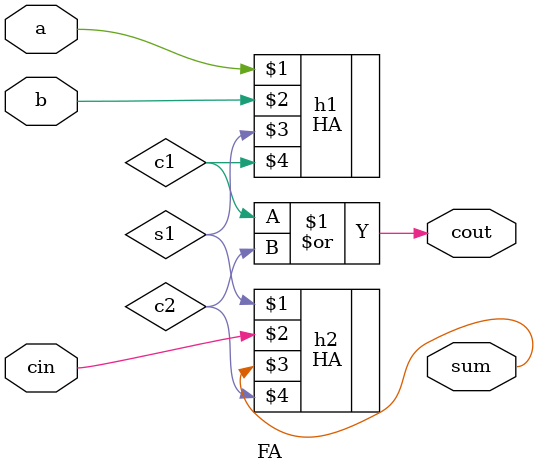
<source format=v>
`timescale 1ns/1ns

module FA(a,b,cin,sum,cout);
    input a,b,cin;
    wire s1,c1,c2; 
    output sum,cout;
    HA h1(a,b,s1,c1);
    HA h2(s1,cin,sum,c2);
    or (cout,c1,c2);
endmodule


</source>
